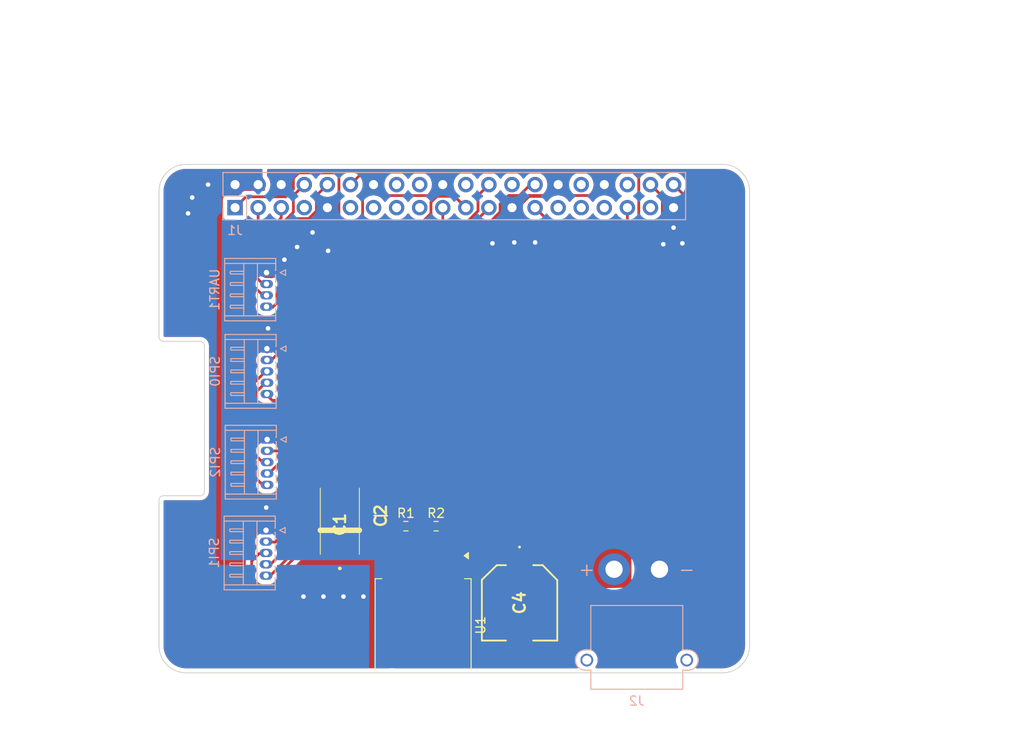
<source format=kicad_pcb>
(kicad_pcb (version 20241229) (generator "pcbnew") (generator_version "9.0")
  (title_block (date "15 nov 2012"))
  (layers (0 "F.Cu" signal) (2 "B.Cu" signal) (13 "F.Paste" user) (15 "B.Paste" user) (5 "F.SilkS" user "F.Silkscreen") (7 "B.SilkS" user "B.Silkscreen") (1 "F.Mask" user) (3 "B.Mask" user) (25 "Edge.Cuts" user))
  (net 0 "")
  (net 1 "GND")
  (net 2 "/GPIO2{slash}SDA1")
  (net 3 "/GPIO3{slash}SCL1")
  (net 4 "/GPIO4{slash}GPCLK0")
  (net 5 "/GPIO14{slash}TXD0")
  (net 6 "/GPIO15{slash}RXD0")
  (net 7 "/GPIO17")
  (net 8 "/GPIO18{slash}PCM.CLK")
  (net 9 "/GPIO27")
  (net 10 "/GPIO22")
  (net 11 "/GPIO23")
  (net 12 "/GPIO24")
  (net 13 "/GPIO10{slash}SPI0.MOSI")
  (net 14 "/GPIO9{slash}SPI0.MISO")
  (net 15 "/GPIO25")
  (net 16 "/GPIO11{slash}SPI0.SCLK")
  (net 17 "/GPIO8{slash}SPI0.CE0")
  (net 18 "/GPIO7{slash}SPI0.CE1")
  (net 19 "/ID_SDA")
  (net 20 "/ID_SCL")
  (net 21 "/GPIO5")
  (net 22 "/GPIO6")
  (net 23 "/GPIO12{slash}PWM0")
  (net 24 "/GPIO13{slash}PWM1")
  (net 25 "/GPIO19{slash}PCM.FS")
  (net 26 "/GPIO16")
  (net 27 "/GPIO26")
  (net 28 "/GPIO20{slash}PCM.DIN")
  (net 29 "+3V3")
  (net 30 "Net-(U1-FB)")
  (net 31 "/GPIO21{slash}PCM.DOUT")
  (net 33 "Net-(C4-+)")
  (net 35 "+5V")
  (footprint "Kicad Library:EEFCX0J101R" (layer "F.Cu") (at 119.9 83.3 -90)
    (property "Reference" "C1" (at 0.375 0 90) (layer "F.SilkS") (effects (font (size 1.27 1.27) (thickness 0.254))))
    (property "Value" "EEF-CX0J221R" (hide yes))
    (pad "1" smd rect (at 3.2 0 270) (size 2.4 2.8) (layers "F.Cu" "F.Mask" "F.Paste") (net 35 "+5V"))
    (pad "2" smd rect (at -3.2 0 270) (size 2.4 2.8) (layers "F.Cu" "F.Mask" "F.Paste") (net 1 "GND"))
  )
  (footprint "Kicad Library:CAPC3216X180N" (layer "F.Cu") (at 124.4 82.7 90)
    (property "Reference" "C2" (at 0 0 90) (layer "F.SilkS") (effects (font (size 1.27 1.27) (thickness 0.254))))
    (property "Value" "C3216X5R0J107M160AB" (hide yes))
    (pad "1" smd rect (at -1.6 0 90) (size 0.62 1.82) (layers "F.Cu" "F.Mask" "F.Paste") (net 35 "+5V"))
    (pad "2" smd rect (at 1.6 0 90) (size 0.62 1.82) (layers "F.Cu" "F.Mask" "F.Paste") (net 1 "GND"))
  )
  (footprint "Package_TO_SOT_SMD:Texas_NDW-7_TabPin4" (layer "F.Cu") (at 129.07 94.76 -90)
    (property "Reference" "U1" (at 0 -6.33 90) (layer "F.SilkS"))
    (property "Value" "LMZ23605TZ")
    (pad "1" smd roundrect (at -7.66 -3.81 270) (size 3.06 0.89) (layers "F.Cu" "F.Mask" "F.Paste") (net 33 "Net-(C4-+)"))
    (pad "2" smd roundrect (at -7.66 -2.54 270) (size 3.06 0.89) (layers "F.Cu" "F.Mask" "F.Paste") (net 1 "GND"))
    (pad "3" smd roundrect (at -7.66 -1.27 270) (size 3.06 0.89) (layers "F.Cu" "F.Mask" "F.Paste"))
    (pad "4" smd roundrect (at -7.66 0 270) (size 3.06 0.89) (layers "F.Cu" "F.Mask" "F.Paste") (net 1 "GND"))
    (pad "4" smd roundrect (at -2.565 -1.4125 270) (size 4.12 2.525) (layers "F.Cu" "F.Paste") (roundrect_rratio 0.09901) (net 1 "GND"))
    (pad "4" smd roundrect (at -2.565 1.4125 270) (size 4.12 2.525) (layers "F.Cu" "F.Paste") (roundrect_rratio 0.09901) (net 1 "GND"))
    (pad "4" smd roundrect (at -0.355 0 270) (size 8.54 5.35) (layers "F.Cu" "F.Mask") (roundrect_rratio 0.046729) (net 1 "GND"))
    (pad "4" smd roundrect (at 1.855 -1.4125 270) (size 4.12 2.525) (layers "F.Cu" "F.Paste") (roundrect_rratio 0.09901) (net 1 "GND"))
    (pad "4" smd roundrect (at 1.855 1.4125 270) (size 4.12 2.525) (layers "F.Cu" "F.Paste") (roundrect_rratio 0.09901) (net 1 "GND"))
    (pad "5" smd roundrect (at -7.66 1.27 270) (size 3.06 0.89) (layers "F.Cu" "F.Mask" "F.Paste") (net 30 "Net-(U1-FB)"))
    (pad "6" smd roundrect (at -7.66 2.54 270) (size 3.06 0.89) (layers "F.Cu" "F.Mask" "F.Paste"))
    (pad "7" smd roundrect (at -7.66 3.81 270) (size 3.06 0.89) (layers "F.Cu" "F.Mask" "F.Paste") (net 35 "+5V"))
  )
  (footprint "Kicad Library:16SVPT560M" (layer "F.Cu") (at 139.6825 92.295 -90)
    (property "Reference" "C4" (at 0 0 270) (layer "F.SilkS") (effects (font (size 1.27 1.27) (thickness 0.254))))
    (property "Value" "50SVPF39M" (hide yes))
    (pad "1" smd rect (at -3.475 0) (size 1.9 4.15) (layers "F.Cu" "F.Mask" "F.Paste") (net 33 "Net-(C4-+)"))
    (pad "2" smd rect (at 3.475 0) (size 1.9 4.15) (layers "F.Cu" "F.Mask" "F.Paste") (net 1 "GND"))
  )
  (footprint "Resistor_SMD:R_0603_1608Metric" (layer "F.Cu") (at 130.5 83.85)
    (property "Reference" "R2" (at 0 -1.43 0) (layer "F.SilkS"))
    (property "Value" "1.05k")
    (pad "1" smd roundrect (at -0.825 0) (size 0.8 0.95) (layers "F.Cu" "F.Mask" "F.Paste") (net 30 "Net-(U1-FB)"))
    (pad "2" smd roundrect (at 0.825 0) (size 0.8 0.95) (layers "F.Cu" "F.Mask" "F.Paste") (net 1 "GND"))
  )
  (footprint "Resistor_SMD:R_0603_1608Metric" (layer "F.Cu") (at 127.175 83.85)
    (property "Reference" "R1" (at 0 -1.43 0) (layer "F.SilkS"))
    (property "Value" "5.62k")
    (pad "1" smd roundrect (at -0.825 0) (size 0.8 0.95) (layers "F.Cu" "F.Mask" "F.Paste") (net 35 "+5V"))
    (pad "2" smd roundrect (at 0.825 0) (size 0.8 0.95) (layers "F.Cu" "F.Mask" "F.Paste") (net 30 "Net-(U1-FB)"))
  )
  (footprint "Connector_PinSocket_2.54mm:PinSocket_2x20_P2.54mm_Vertical" (layer "B.Cu") (at 108.37 48.77 -90)
    (property "Reference" "J1" (at 2.5 0 0) (layer "B.SilkS") (effects (justify mirror)))
    (property "Value" "GPIO")
    (pad "1" thru_hole rect (at 0 0 270) (size 1.7 1.7) (drill 1) (layers "*.Cu" "*.Mask") (net 29 "+3V3"))
    (pad "2" thru_hole oval (at -2.54 0 270) (size 1.7 1.7) (drill 1) (layers "*.Cu" "*.Mask") (net 35 "+5V"))
    (pad "3" thru_hole oval (at 0 -2.54 270) (size 1.7 1.7) (drill 1) (layers "*.Cu" "*.Mask") (net 2 "/GPIO2{slash}SDA1"))
    (pad "4" thru_hole oval (at -2.54 -2.54 270) (size 1.7 1.7) (drill 1) (layers "*.Cu" "*.Mask") (net 35 "+5V"))
    (pad "5" thru_hole oval (at 0 -5.08 270) (size 1.7 1.7) (drill 1) (layers "*.Cu" "*.Mask") (net 3 "/GPIO3{slash}SCL1"))
    (pad "6" thru_hole oval (at -2.54 -5.08 270) (size 1.7 1.7) (drill 1) (layers "*.Cu" "*.Mask") (net 1 "GND"))
    (pad "7" thru_hole oval (at 0 -7.62 270) (size 1.7 1.7) (drill 1) (layers "*.Cu" "*.Mask") (net 4 "/GPIO4{slash}GPCLK0"))
    (pad "8" thru_hole oval (at -2.54 -7.62 270) (size 1.7 1.7) (drill 1) (layers "*.Cu" "*.Mask") (net 5 "/GPIO14{slash}TXD0"))
    (pad "9" thru_hole oval (at 0 -10.16 270) (size 1.7 1.7) (drill 1) (layers "*.Cu" "*.Mask") (net 1 "GND"))
    (pad "10" thru_hole oval (at -2.54 -10.16 270) (size 1.7 1.7) (drill 1) (layers "*.Cu" "*.Mask") (net 6 "/GPIO15{slash}RXD0"))
    (pad "11" thru_hole oval (at 0 -12.7 270) (size 1.7 1.7) (drill 1) (layers "*.Cu" "*.Mask") (net 7 "/GPIO17"))
    (pad "12" thru_hole oval (at -2.54 -12.7 270) (size 1.7 1.7) (drill 1) (layers "*.Cu" "*.Mask") (net 8 "/GPIO18{slash}PCM.CLK"))
    (pad "13" thru_hole oval (at 0 -15.24 270) (size 1.7 1.7) (drill 1) (layers "*.Cu" "*.Mask") (net 9 "/GPIO27"))
    (pad "14" thru_hole oval (at -2.54 -15.24 270) (size 1.7 1.7) (drill 1) (layers "*.Cu" "*.Mask") (net 1 "GND"))
    (pad "15" thru_hole oval (at 0 -17.78 270) (size 1.7 1.7) (drill 1) (layers "*.Cu" "*.Mask") (net 10 "/GPIO22"))
    (pad "16" thru_hole oval (at -2.54 -17.78 270) (size 1.7 1.7) (drill 1) (layers "*.Cu" "*.Mask") (net 11 "/GPIO23"))
    (pad "17" thru_hole oval (at 0 -20.32 270) (size 1.7 1.7) (drill 1) (layers "*.Cu" "*.Mask") (net 29 "+3V3"))
    (pad "18" thru_hole oval (at -2.54 -20.32 270) (size 1.7 1.7) (drill 1) (layers "*.Cu" "*.Mask") (net 12 "/GPIO24"))
    (pad "19" thru_hole oval (at 0 -22.86 270) (size 1.7 1.7) (drill 1) (layers "*.Cu" "*.Mask") (net 13 "/GPIO10{slash}SPI0.MOSI"))
    (pad "20" thru_hole oval (at -2.54 -22.86 270) (size 1.7 1.7) (drill 1) (layers "*.Cu" "*.Mask") (net 1 "GND"))
    (pad "21" thru_hole oval (at 0 -25.4 270) (size 1.7 1.7) (drill 1) (layers "*.Cu" "*.Mask") (net 14 "/GPIO9{slash}SPI0.MISO"))
    (pad "22" thru_hole oval (at -2.54 -25.4 270) (size 1.7 1.7) (drill 1) (layers "*.Cu" "*.Mask") (net 15 "/GPIO25"))
    (pad "23" thru_hole oval (at 0 -27.94 270) (size 1.7 1.7) (drill 1) (layers "*.Cu" "*.Mask") (net 16 "/GPIO11{slash}SPI0.SCLK"))
    (pad "24" thru_hole oval (at -2.54 -27.94 270) (size 1.7 1.7) (drill 1) (layers "*.Cu" "*.Mask") (net 17 "/GPIO8{slash}SPI0.CE0"))
    (pad "25" thru_hole oval (at 0 -30.48 270) (size 1.7 1.7) (drill 1) (layers "*.Cu" "*.Mask") (net 1 "GND"))
    (pad "26" thru_hole oval (at -2.54 -30.48 270) (size 1.7 1.7) (drill 1) (layers "*.Cu" "*.Mask") (net 18 "/GPIO7{slash}SPI0.CE1"))
    (pad "27" thru_hole oval (at 0 -33.02 270) (size 1.7 1.7) (drill 1) (layers "*.Cu" "*.Mask") (net 19 "/ID_SDA"))
    (pad "28" thru_hole oval (at -2.54 -33.02 270) (size 1.7 1.7) (drill 1) (layers "*.Cu" "*.Mask") (net 20 "/ID_SCL"))
    (pad "29" thru_hole oval (at 0 -35.56 270) (size 1.7 1.7) (drill 1) (layers "*.Cu" "*.Mask") (net 21 "/GPIO5"))
    (pad "30" thru_hole oval (at -2.54 -35.56 270) (size 1.7 1.7) (drill 1) (layers "*.Cu" "*.Mask") (net 1 "GND"))
    (pad "31" thru_hole oval (at 0 -38.1 270) (size 1.7 1.7) (drill 1) (layers "*.Cu" "*.Mask") (net 22 "/GPIO6"))
    (pad "32" thru_hole oval (at -2.54 -38.1 270) (size 1.7 1.7) (drill 1) (layers "*.Cu" "*.Mask") (net 23 "/GPIO12{slash}PWM0"))
    (pad "33" thru_hole oval (at 0 -40.64 270) (size 1.7 1.7) (drill 1) (layers "*.Cu" "*.Mask") (net 24 "/GPIO13{slash}PWM1"))
    (pad "34" thru_hole oval (at -2.54 -40.64 270) (size 1.7 1.7) (drill 1) (layers "*.Cu" "*.Mask") (net 1 "GND"))
    (pad "35" thru_hole oval (at 0 -43.18 270) (size 1.7 1.7) (drill 1) (layers "*.Cu" "*.Mask") (net 25 "/GPIO19{slash}PCM.FS"))
    (pad "36" thru_hole oval (at -2.54 -43.18 270) (size 1.7 1.7) (drill 1) (layers "*.Cu" "*.Mask") (net 26 "/GPIO16"))
    (pad "37" thru_hole oval (at 0 -45.72 270) (size 1.7 1.7) (drill 1) (layers "*.Cu" "*.Mask") (net 27 "/GPIO26"))
    (pad "38" thru_hole oval (at -2.54 -45.72 270) (size 1.7 1.7) (drill 1) (layers "*.Cu" "*.Mask") (net 28 "/GPIO20{slash}PCM.DIN"))
    (pad "39" thru_hole oval (at 0 -48.26 270) (size 1.7 1.7) (drill 1) (layers "*.Cu" "*.Mask") (net 1 "GND"))
    (pad "40" thru_hole oval (at -2.54 -48.26 270) (size 1.7 1.7) (drill 1) (layers "*.Cu" "*.Mask") (net 31 "/GPIO21{slash}PCM.DOUT"))
  )
  (footprint "Connector_Hirose:Hirose_DF13-05P-1.25DS_1x05_P1.25mm_Horizontal" (layer "B.Cu") (at 111.9 74.3 -90)
    (property "Reference" "SPI2" (at 2.5 5.7 90) (layer "B.SilkS") (effects (justify mirror)))
    (property "Value" "DF13_5p_female")
    (pad "1" thru_hole roundrect (at 0 0 270) (size 0.9 1.4) (drill 0.6) (layers "*.Cu" "*.Mask") (net 1 "GND"))
    (pad "2" thru_hole oval (at 1.25 0 270) (size 0.9 1.4) (drill 0.6) (layers "*.Cu" "*.Mask") (net 20 "/ID_SCL"))
    (pad "3" thru_hole oval (at 2.5 0 270) (size 0.9 1.4) (drill 0.6) (layers "*.Cu" "*.Mask") (net 3 "/GPIO3{slash}SCL1"))
    (pad "4" thru_hole oval (at 3.75 0 270) (size 0.9 1.4) (drill 0.6) (layers "*.Cu" "*.Mask") (net 19 "/ID_SDA"))
    (pad "5" thru_hole oval (at 5 0 270) (size 0.9 1.4) (drill 0.6) (layers "*.Cu" "*.Mask") (net 2 "/GPIO2{slash}SDA1"))
  )
  (footprint "Connector_Hirose:Hirose_DF13-05P-1.25DS_1x05_P1.25mm_Horizontal" (layer "B.Cu") (at 111.88 64.3 -90)
    (property "Reference" "SPI0" (at 2.5 5.7 90) (layer "B.SilkS") (effects (justify mirror)))
    (property "Value" "DF13_5p_female")
    (pad "1" thru_hole roundrect (at 0 0 270) (size 0.9 1.4) (drill 0.6) (layers "*.Cu" "*.Mask") (net 1 "GND"))
    (pad "2" thru_hole oval (at 1.25 0 270) (size 0.9 1.4) (drill 0.6) (layers "*.Cu" "*.Mask") (net 14 "/GPIO9{slash}SPI0.MISO"))
    (pad "3" thru_hole oval (at 2.5 0 270) (size 0.9 1.4) (drill 0.6) (layers "*.Cu" "*.Mask") (net 16 "/GPIO11{slash}SPI0.SCLK"))
    (pad "4" thru_hole oval (at 3.75 0 270) (size 0.9 1.4) (drill 0.6) (layers "*.Cu" "*.Mask") (net 17 "/GPIO8{slash}SPI0.CE0"))
    (pad "5" thru_hole oval (at 5 0 270) (size 0.9 1.4) (drill 0.6) (layers "*.Cu" "*.Mask") (net 13 "/GPIO10{slash}SPI0.MOSI"))
  )
  (footprint "Connector_Hirose:Hirose_DF13-04P-1.25DS_1x04_P1.25mm_Horizontal" (layer "B.Cu") (at 111.8325 55.925 -90)
    (property "Reference" "UART1" (at 1.88 5.7 90) (layer "B.SilkS") (effects (justify mirror)))
    (property "Value" "DF13_4p_female")
    (pad "1" thru_hole roundrect (at 0 0 270) (size 0.9 1.4) (drill 0.6) (layers "*.Cu" "*.Mask") (net 1 "GND"))
    (pad "2" thru_hole oval (at 1.25 0 270) (size 0.9 1.4) (drill 0.6) (layers "*.Cu" "*.Mask") (net 6 "/GPIO15{slash}RXD0"))
    (pad "3" thru_hole oval (at 2.5 0 270) (size 0.9 1.4) (drill 0.6) (layers "*.Cu" "*.Mask") (net 5 "/GPIO14{slash}TXD0"))
    (pad "4" thru_hole oval (at 3.75 0 270) (size 0.9 1.4) (drill 0.6) (layers "*.Cu" "*.Mask") (net 29 "+3V3"))
  )
  (footprint "Connector_AMASS:AMASS_XT30PW-M_1x02_P2.50mm_Horizontal" (layer "B.Cu") (at 155.0825 88.595)
    (property "Reference" "J2" (at -2.5 14.5 0) (layer "B.SilkS") (effects (justify mirror)))
    (property "Value" "PWR")
    (fp_text user "+" (at -8 0 0) (layer "B.SilkS") (effects (font (size 1.5 1.5)) (justify mirror)))
    (fp_text user "-" (at 3 0 0) (layer "B.SilkS") (effects (font (size 1.5 1.5)) (justify mirror)))
    (pad "" thru_hole circle (at -8 10) (size 1.4 1.4) (drill 1) (layers "*.Cu" "*.Mask"))
    (pad "" thru_hole circle (at 3 10) (size 1.4 1.4) (drill 1) (layers "*.Cu" "*.Mask"))
    (pad "1" thru_hole roundrect (at 0 0) (size 3.5 3.5) (drill 1.9) (layers "*.Cu" "*.Mask") (roundrect_rratio 0.22) (net 1 "GND"))
    (pad "2" thru_hole circle (at -5 0) (size 3.5 3.5) (drill 1.9) (layers "*.Cu" "*.Mask") (net 33 "Net-(C4-+)"))
  )
  (footprint "Connector_Hirose:Hirose_DF13-05P-1.25DS_1x05_P1.25mm_Horizontal" (layer "B.Cu") (at 111.78 84.3 -90)
    (property "Reference" "SPI1" (at 2.5 5.7 90) (layer "B.SilkS") (effects (justify mirror)))
    (property "Value" "DF13_5p_female")
    (pad "1" thru_hole roundrect (at 0 0 270) (size 0.9 1.4) (drill 0.6) (layers "*.Cu" "*.Mask") (net 1 "GND"))
    (pad "2" thru_hole oval (at 1.25 0 270) (size 0.9 1.4) (drill 0.6) (layers "*.Cu" "*.Mask") (net 25 "/GPIO19{slash}PCM.FS"))
    (pad "3" thru_hole oval (at 2.5 0 270) (size 0.9 1.4) (drill 0.6) (layers "*.Cu" "*.Mask") (net 31 "/GPIO21{slash}PCM.DOUT"))
    (pad "4" thru_hole oval (at 3.75 0 270) (size 0.9 1.4) (drill 0.6) (layers "*.Cu" "*.Mask") (net 8 "/GPIO18{slash}PCM.CLK"))
    (pad "5" thru_hole oval (at 5 0 270) (size 0.9 1.4) (drill 0.6) (layers "*.Cu" "*.Mask") (net 28 "/GPIO20{slash}PCM.DIN"))
  )
  (gr_arc (start 100.5 63.5) (mid 100.146447 63.353553) (end 100 63) (stroke (width 0.1)) (layer "Edge.Cuts"))
  (gr_arc (start 162 44) (mid 164.12132 44.87868) (end 165 47) (stroke (width 0.1)) (layer "Edge.Cuts"))
  (gr_line (start 165 97) (end 165 47) (stroke (width 0.1)) (layer "Edge.Cuts"))
  (gr_line (start 100 47) (end 100 63) (stroke (width 0.1)) (layer "Edge.Cuts"))
  (gr_arc (start 103 100) (mid 100.87868 99.12132) (end 100 97) (stroke (width 0.1)) (layer "Edge.Cuts"))
  (gr_line (start 103 100) (end 162 100) (stroke (width 0.1)) (layer "Edge.Cuts"))
  (gr_line (start 104.5 80.5) (end 100.5 80.5) (stroke (width 0.1)) (layer "Edge.Cuts"))
  (gr_arc (start 100 81) (mid 100.146138 80.646755) (end 100.499127 80.500001) (stroke (width 0.1)) (layer "Edge.Cuts"))
  (gr_arc (start 165 97) (mid 164.12132 99.12132) (end 162 100) (stroke (width 0.1)) (layer "Edge.Cuts"))
  (gr_line (start 105 64) (end 105 80) (stroke (width 0.1)) (layer "Edge.Cuts"))
  (gr_arc (start 100 47) (mid 100.87868 44.87868) (end 103 44) (stroke (width 0.1)) (layer "Edge.Cuts"))
  (gr_line (start 100 81) (end 100 97) (stroke (width 0.1)) (layer "Edge.Cuts"))
  (gr_line (start 100.5 63.5) (end 104.5 63.5) (stroke (width 0.1)) (layer "Edge.Cuts"))
  (gr_arc (start 105 80) (mid 104.853553 80.353553) (end 104.5 80.5) (stroke (width 0.1)) (layer "Edge.Cuts"))
  (gr_arc (start 104.5 63.5) (mid 104.853553 63.646447) (end 105 64) (stroke (width 0.1)) (layer "Edge.Cuts"))
  (gr_line (start 162 44) (end 103 44) (stroke (width 0.1)) (layer "Edge.Cuts"))
  (segment (start 123.61 46.23) (end 124.82 47.44) (width 0.3) (layer "F.Cu") (net 1))
  (segment (start 112.375 55.925) (end 111.8325 55.925) (width 1.2) (layer "F.Cu") (net 1))
  (segment (start 131.16148 46.23) (end 131.23 46.23) (width 0.3) (layer "F.Cu") (net 1))
  (segment (start 114.44 59.63) (end 114.44 57.69) (width 0.8) (layer "F.Cu") (net 1))
  (segment (start 139.4171 48.77) (end 138.85 48.77) (width 0.3) (layer "F.Cu") (net 1))
  (segment (start 138.85 48.77) (end 138.85 49.5) (width 0.3) (layer "F.Cu") (net 1))
  (segment (start 129.95148 47.44) (end 131.16148 46.23) (width 0.3) (layer "F.Cu") (net 1))
  (segment (start 156.63 51.67) (end 156.63 51.73) (width 1.2) (layer "F.Cu") (net 1))
  (segment (start 156.63 51.73) (end 157.6 52.7) (width 1.2) (layer "F.Cu") (net 1))
  (segment (start 123.61 46.23) (end 122.409 47.431) (width 0.3) (layer "F.Cu") (net 1))
  (segment (start 138.85 50.55) (end 136.7 52.7) (width 1.2) (layer "F.Cu") (net 1))
  (segment (start 109.399 71.799) (end 111.9 74.3) (width 0.8) (layer "F.Cu") (net 1))
  (segment (start 130.435 95.77) (end 129.07 94.405) (width 0.3) (layer "F.Cu") (net 1))
  (segment (start 156.63 48.77) (end 156.63 50.97) (width 1.2) (layer "F.Cu") (net 1))
  (segment (start 118.53 49.77) (end 112.375 55.925) (width 1.2) (layer "F.Cu") (net 1))
  (segment (start 112 64.29) (end 111.88 64.41) (width 0.8) (layer "F.Cu") (net 1))
  (segment (start 122.379 49.751) (end 118.61 53.52) (width 0.3) (layer "F.Cu") (net 1))
  (segment (start 145.131 47.431) (end 147.809 47.431) (width 0.3) (layer "F.Cu") (net 1))
  (segment (start 112 62.07) (end 114.44 59.63) (width 0.8) (layer "F.Cu") (net 1))
  (segment (start 139.1 52.6) (end 139.1 50.8) (width 1.2) (layer "F.Cu") (net 1))
  (segment (start 112 62.07) (end 112 64.29) (width 0.8) (layer "F.Cu") (net 1))
  (segment (start 109.399 70.8) (end 109.399 71.441074) (width 0.8) (layer "F.Cu") (net 1))
  (segment (start 156.63 51.67) (end 155.5 52.8) (width 1.2) (layer "F.Cu") (net 1))
  (segment (start 114.44 57.69) (end 118.61 53.52) (width 0.8) (layer "F.Cu") (net 1))
  (segment (start 138.85 48.77) (end 138.85 50.55) (width 1.2) (layer "F.Cu") (net 1))
  (segment (start 124.82 47.44) (end 129.95148 47.44) (width 0.3) (layer "F.Cu") (net 1))
  (segment (start 109.399 68.8) (end 109.399 70.8) (width 0.8) (layer "F.Cu") (net 1))
  (segment (start 140.7061 47.481) (end 142.679 47.481) (width 0.4) (layer "F.Cu") (net 1))
  (segment (start 109.4 68.799) (end 109.399 68.8) (width 0.8) (layer "F.Cu") (net 1))
  (segment (start 138.85 50.55) (end 139.35 50.55) (width 1.2) (layer "F.Cu") (net 1))
  (segment (start 156.63 50.97) (end 156.63 51.67) (width 1.2) (layer "F.Cu") (net 1))
  (segment (start 118.53 49.31) (end 118.53 49.77) (width 1.2) (layer "F.Cu") (net 1))
  (segment (start 139.4171 48.77) (end 140.7061 47.481) (width 0.4) (layer "F.Cu") (net 1))
  (segment (start 109.399 70.8) (end 109.399 71.799) (width 0.8) (layer "F.Cu") (net 1))
  (segment (start 143.93 46.23) (end 145.131 47.431) (width 0.3) (layer "F.Cu") (net 1))
  (segment (start 140.5825 95.77) (end 130.435 95.77) (width 0.3) (layer "F.Cu") (net 1))
  (segment (start 139.35 50.55) (end 141.4 52.6) (width 1.2) (layer "F.Cu") (net 1))
  (segment (start 142.679 47.481) (end 143.93 46.23) (width 0.4) (layer "F.Cu") (net 1))
  (segment (start 131.61 91.865) (end 129.07 94.405) (width 0.3) (layer "F.Cu") (net 1))
  (segment (start 112 62.07) (end 109.96 62.07) (width 0.8) (layer "F.Cu") (net 1))
  (segment (start 139.1 50.8) (end 138.85 50.55) (width 1.2) (layer "F.Cu") (net 1))
  (segment (start 109.96 62.07) (end 109.4 62.63) (width 0.8) (layer "F.Cu") (net 1))
  (segment (start 131.61 87.1) (end 131.61 91.865) (width 0.3) (layer "F.Cu") (net 1))
  (segment (start 111.8 84.33) (end 111.78 84.35) (width 0.8) (layer "F.Cu") (net 1))
  (segment (start 122.409 49.751) (end 122.379 49.751) (width 0.3) (layer "F.Cu") (net 1))
  (segment (start 118.53 48.77) (end 118.53 49.31) (width 0.8) (layer "F.Cu") (net 1))
  (segment (start 109.4 62.63) (end 109.4 68.799) (width 0.8) (layer "F.Cu") (net 1))
  (segment (start 122.409 47.431) (end 122.409 49.751) (width 0.3) (layer "F.Cu") (net 1))
  (segment (start 111.8 81.8) (end 111.8 84.33) (width 0.8) (layer "F.Cu") (net 1))
  (segment (start 147.809 47.431) (end 149.01 46.23) (width 0.3) (layer "F.Cu") (net 1))
  (segment (start 129.07 87.1) (end 129.07 94.405) (width 0.3) (layer "F.Cu") (net 1))
  (segment (start 111.88 64.41) (end 111.88 64.54) (width 0.3) (layer "F.Cu") (net 1))
  (via (at 141.4 52.6) (size 1) (drill 0.5) (layers "F.Cu" "B.Cu") (net 1))
  (via (at 118.61 53.52) (size 1) (drill 0.5) (layers "F.Cu" "B.Cu") (net 1))
  (via (at 112 62.07) (size 1) (drill 0.5) (layers "F.Cu" "B.Cu") (net 1))
  (via (at 157.6 52.7) (size 1) (drill 0.5) (layers "F.Cu" "B.Cu") (net 1))
  (via (at 155.5 52.8) (size 1) (drill 0.5) (layers "F.Cu" "B.Cu") (net 1))
  (via (at 156.63 50.97) (size 1) (drill 0.5) (layers "F.Cu" "B.Cu") (net 1))
  (via (at 136.7 52.7) (size 1) (drill 0.5) (layers "F.Cu" "B.Cu") (net 1))
  (via (at 115.2 53.1) (size 1) (drill 0.5) (layers "F.Cu" "B.Cu") (net 1))
  (via (at 116.9 51.5) (size 1) (drill 0.5) (layers "F.Cu" "B.Cu") (net 1))
  (via (at 113.8 54.5) (size 1) (drill 0.5) (layers "F.Cu" "B.Cu") (net 1))
  (via (at 111.8 81.8) (size 1) (drill 0.5) (layers "F.Cu" "B.Cu") (net 1))
  (via (at 139.1 52.6) (size 1) (drill 0.5) (layers "F.Cu" "B.Cu") (net 1))
  (segment (start 111.9 79.3) (end 111.4 79.3) (width 0.3) (layer "F.Cu") (net 2))
  (segment (start 108.899 73.50752) (end 107.899 72.50752) (width 0.3) (layer "F.Cu") (net 2))
  (segment (start 109.192479 75.301) (end 109.19248 75.301) (width 0.3) (layer "F.Cu") (net 2))
  (segment (start 109.19248 75.301) (end 108.899 75.007521) (width 0.3) (layer "F.Cu") (net 2))
  (segment (start 108.399 54.240429) (end 108.4 54.23943) (width 0.3) (layer "F.Cu") (net 2))
  (segment (start 108.899 75.007521) (end 108.899 73.50752) (width 0.3) (layer "F.Cu") (net 2))
  (segment (start 108.4 54.23943) (end 110.91 51.729429) (width 0.3) (layer "F.Cu") (net 2))
  (segment (start 107.899 61.592479) (end 107.899 61.59248) (width 0.3) (layer "F.Cu") (net 2))
  (segment (start 108.192479 61.299) (end 108.399 61.09248) (width 0.3) (layer "F.Cu") (net 2))
  (segment (start 110.6 76.708521) (end 109.192479 75.301) (width 0.3) (layer "F.Cu") (net 2))
  (segment (start 107.899 61.59248) (end 108.192479 61.299) (width 0.3) (layer "F.Cu") (net 2))
  (segment (start 110.6 78.5) (end 110.6 76.708521) (width 0.3) (layer "F.Cu") (net 2))
  (segment (start 110.91 51.729429) (end 110.91 48.77) (width 0.3) (layer "F.Cu") (net 2))
  (segment (start 108.399 61.09248) (end 108.399 54.240429) (width 0.3) (layer "F.Cu") (net 2))
  (segment (start 111.4 79.3) (end 110.6 78.5) (width 0.3) (layer "F.Cu") (net 2))
  (segment (start 107.899 72.50752) (end 107.899 61.592479) (width 0.3) (layer "F.Cu") (net 2))
  (segment (start 108.9 54.44795) (end 108.9 61.3) (width 0.3) (layer "F.Cu") (net 3))
  (segment (start 113.45 49.89795) (end 108.9 54.44795) (width 0.3) (layer "F.Cu") (net 3))
  (segment (start 109.4 73.3) (end 108.4 72.3) (width 0.3) (layer "F.Cu") (net 3))
  (segment (start 109.4 74.8) (end 111.41 76.81) (width 0.3) (layer "F.Cu") (net 3))
  (segment (start 111.41 76.81) (end 111.83 76.81) (width 0.3) (layer "F.Cu") (net 3))
  (segment (start 113.45 48.77) (end 113.45 49.89795) (width 0.3) (layer "F.Cu") (net 3))
  (segment (start 108.4 61.8) (end 108.4 72.3) (width 0.3) (layer "F.Cu") (net 3))
  (segment (start 108.9 61.3) (end 108.4 61.8) (width 0.3) (layer "F.Cu") (net 3))
  (segment (start 109.4 74.8) (end 109.4 73.3) (width 0.3) (layer "F.Cu") (net 3))
  (segment (start 109.53 56.52) (end 111.53 58.52) (width 0.3) (layer "F.Cu") (net 5))
  (segment (start 111.53 58.52) (end 111.78 58.52) (width 0.3) (layer "F.Cu") (net 5))
  (segment (start 114.789 47.431) (end 114.789 49.267471) (width 0.3) (layer "F.Cu") (net 5))
  (segment (start 115.99 46.23) (end 114.789 47.431) (width 0.3) (layer "F.Cu") (net 5))
  (segment (start 109.53 54.52647) (end 109.53 56.52) (width 0.3) (layer "F.Cu") (net 5))
  (segment (start 114.789 49.267471) (end 109.53 54.52647) (width 0.3) (layer "F.Cu") (net 5))
  (segment (start 111.53 57.27) (end 110.17 55.91) (width 0.3) (layer "F.Cu") (net 6))
  (segment (start 116.487471 49.971) (end 117.329 49.12947) (width 0.3) (layer "F.Cu") (net 6))
  (segment (start 111.78 57.27) (end 112.05 57.27) (width 0.3) (layer "F.Cu") (net 6))
  (segment (start 117.329 47.431) (end 118.53 46.23) (width 0.3) (layer "F.Cu") (net 6))
  (segment (start 111.78 57.27) (end 111.53 57.27) (width 0.3) (layer "F.Cu") (net 6))
  (segment (start 110.17 55.91) (end 110.17 54.79) (width 0.3) (layer "F.Cu") (net 6))
  (segment (start 111.78 57.27) (end 111.85 57.27) (width 0.3) (layer "F.Cu") (net 6))
  (segment (start 117.329 49.12947) (end 117.329 47.431) (width 0.3) (layer "F.Cu") (net 6))
  (segment (start 112.05 57.27) (end 112.17 57.15) (width 0.3) (layer "F.Cu") (net 6))
  (segment (start 114.989 49.971) (end 116.487471 49.971) (width 0.3) (layer "F.Cu") (net 6))
  (segment (start 110.17 54.79) (end 114.989 49.971) (width 0.3) (layer "F.Cu") (net 6))
  (segment (start 123.17 55.63) (end 120.642 58.158) (width 0.3) (layer "F.Cu") (net 8))
  (segment (start 120.348519 71.208521) (end 114 77.55704) (width 0.3) (layer "F.Cu") (net 8))
  (segment (start 120.348521 71.208521) (end 120.348519 71.208521) (width 0.3) (layer "F.Cu") (net 8))
  (segment (start 114 85.381479) (end 114.011 85.392479) (width 0.3) (layer "F.Cu") (net 8))
  (segment (start 152.8 52.9) (end 150.07 55.63) (width 0.3) (layer "F.Cu") (net 8))
  (segment (start 114 86.13) (end 114 85.818521) (width 0.3) (layer "F.Cu") (net 8))
  (segment (start 120.642 70.915042) (end 120.348521 71.208521) (width 0.3) (layer "F.Cu") (net 8))
  (segment (start 114 85.818521) (end 114 86.33) (width 0.3) (layer "F.Cu") (net 8))
  (segment (start 152.2 44.86) (end 152.8 45.46) (width 0.3) (layer "F.Cu") (net 8))
  (segment (start 150.07 55.63) (end 123.17 55.63) (width 0.3) (layer "F.Cu") (net 8))
  (segment (start 114.011 85.80752) (end 114.011 85.807521) (width 0.3) (layer "F.Cu") (net 8))
  (segment (start 111.86 88.02) (end 112.09 88.02) (width 0.3) (layer "F.Cu") (net 8))
  (segment (start 114.011 85.392479) (end 114.011 85.80752) (width 0.3) (layer "F.Cu") (net 8))
  (segment (start 114 85.818521) (end 114.011 85.80752) (width 0.3) (layer "F.Cu") (net 8))
  (segment (start 120.642 58.158) (end 120.642 70.915042) (width 0.3) (layer "F.Cu") (net 8))
  (segment (start 114 86.33) (end 112.28 88.05) (width 0.3) (layer "F.Cu") (net 8))
  (segment (start 114 77.55704) (end 114 85.381479) (width 0.3) (layer "F.Cu") (net 8))
  (segment (start 112.28 88.05) (end 111.78 88.05) (width 0.3) (layer "F.Cu") (net 8))
  (segment (start 111.78 88.1) (end 112.03 88.1) (width 0.3) (layer "F.Cu") (net 8))
  (segment (start 122.44 44.86) (end 152.2 44.86) (width 0.3) (layer "F.Cu") (net 8))
  (segment (start 121.07 46.23) (end 122.44 44.86) (width 0.3) (layer "F.Cu") (net 8))
  (segment (start 152.8 45.46) (end 152.8 52.9) (width 0.3) (layer "F.Cu") (net 8))
  (segment (start 131.23 51.14) (end 131.23 48.77) (width 0.3) (layer "F.Cu") (net 13))
  (segment (start 112.47 70) (end 117 70) (width 0.3) (layer "F.Cu") (net 13))
  (segment (start 122.59592 51.82) (end 130.55 51.82) (width 0.3) (layer "F.Cu") (net 13))
  (segment (start 111.88 69.41) (end 112.47 70) (width 0.3) (layer "F.Cu") (net 13))
  (segment (start 130.55 51.82) (end 131.23 51.14) (width 0.3) (layer "F.Cu") (net 13))
  (segment (start 122.436919 51.979) (end 122.59592 51.82) (width 0.3) (layer "F.Cu") (net 13))
  (segment (start 122.14344 52.27248) (end 122.436919 51.979) (width 0.3) (layer "F.Cu") (net 13))
  (segment (start 117.822479 56.59344) (end 122.14344 52.27248) (width 0.3) (layer "F.Cu") (net 13))
  (segment (start 117.529 56.88692) (end 117.822479 56.59344) (width 0.3) (layer "F.Cu") (net 13))
  (segment (start 117.529 56.886919) (end 117.529 56.88692) (width 0.3) (layer "F.Cu") (net 13))
  (segment (start 117.529 69.471) (end 117.529 56.886919) (width 0.3) (layer "F.Cu") (net 13))
  (segment (start 117 70) (end 117.529 69.471) (width 0.3) (layer "F.Cu") (net 13))
  (segment (start 115.191 59.941074) (end 115.191 58.319) (width 0.3) (layer "F.Cu") (net 14))
  (segment (start 112.38 65.55) (end 113 64.93) (width 0.3) (layer "F.Cu") (net 14))
  (segment (start 130.58 47.52) (end 130.45248 47.647521) (width 0.3) (layer "F.Cu") (net 14))
  (segment (start 113 64.93) (end 113 62.132074) (width 0.3) (layer "F.Cu") (net 14))
  (segment (start 115.191 58.319) (end 122.23 51.28) (width 0.3) (layer "F.Cu") (net 14))
  (segment (start 130.159 47.941) (end 130.45248 47.647521) (width 0.3) (layer "F.Cu") (net 14))
  (segment (start 111.88 65.55) (end 112.38 65.55) (width 0.3) (layer "F.Cu") (net 14))
  (segment (start 129.93 49.4) (end 129.93 48.17) (width 0.3) (layer "F.Cu") (net 14))
  (segment (start 130.45248 47.647521) (end 130.45248 47.64752) (width 0.3) (layer "F.Cu") (net 14))
  (segment (start 132.52 47.52) (end 130.58 47.52) (width 0.3) (layer "F.Cu") (net 14))
  (segment (start 113 62.132074) (end 115.191 59.941074) (width 0.3) (layer "F.Cu") (net 14))
  (segment (start 133.77 48.77) (end 132.52 47.52) (width 0.3) (layer "F.Cu") (net 14))
  (segment (start 129.93 48.17) (end 130.159 47.941) (width 0.3) (layer "F.Cu") (net 14))
  (segment (start 122.23 51.28) (end 128.05 51.28) (width 0.3) (layer "F.Cu") (net 14))
  (segment (start 128.05 51.28) (end 129.93 49.4) (width 0.3) (layer "F.Cu") (net 14))
  (segment (start 111.88 66.7) (end 111.74 66.56) (width 0.3) (layer "F.Cu") (net 16))
  (segment (start 111.88 66.85) (end 111.88 66.91) (width 0.3) (layer "F.Cu") (net 16))
  (segment (start 118.638 69.95348) (end 118.638 57.609999) (width 0.3) (layer "F.Cu") (net 16))
  (segment (start 118.638 57.194957) (end 122.52148 53.311479) (width 0.3) (layer "F.Cu") (net 16))
  (segment (start 111.88 66.91) (end 111.63 66.91) (width 0.3) (layer "F.Cu") (net 16))
  (segment (start 117.46148 71.13) (end 118.638 69.95348) (width 0.3) (layer "F.Cu") (net 16))
  (segment (start 123.230002 53.018) (end 132.09628 53.018) (width 0.3) (layer "F.Cu") (net 16))
  (segment (start 122.814959 53.018) (end 122.81496 53.018) (width 0.3) (layer "F.Cu") (net 16))
  (segment (start 122.52148 53.311479) (end 122.52148 53.31148) (width 0.3) (layer "F.Cu") (net 16))
  (segment (start 136.31 48.80428) (end 136.31 48.77) (width 0.3) (layer "F.Cu") (net 16))
  (segment (start 111.82 66.79) (end 111.88 66.85) (width 0.3) (layer "F.Cu") (net 16))
  (segment (start 122.81496 53.018) (end 123.230002 53.018) (width 0.3) (layer "F.Cu") (net 16))
  (segment (start 110.15 68.39) (end 110.15 71.13) (width 0.3) (layer "F.Cu") (net 16))
  (segment (start 118.638 57.609999) (end 118.638 57.194957) (width 0.3) (layer "F.Cu") (net 16))
  (segment (start 111.63 66.91) (end 110.15 68.39) (width 0.3) (layer "F.Cu") (net 16))
  (segment (start 122.52148 53.31148) (end 122.814959 53.018) (width 0.3) (layer "F.Cu") (net 16))
  (segment (start 132.09628 53.018) (end 136.31 48.80428) (width 0.3) (layer "F.Cu") (net 16))
  (segment (start 110.15 71.13) (end 117.46148 71.13) (width 0.3) (layer "F.Cu") (net 16))
  (segment (start 118.03 57.09444) (end 122.64444 52.48) (width 0.3) (layer "F.Cu") (net 17))
  (segment (start 111.88 68.16) (end 112.05 68.16) (width 0.3) (layer "F.Cu") (net 17))
  (segment (start 110.651 69.118178) (end 110.651 70.5) (width 0.3) (layer "F.Cu") (net 17))
  (segment (start 111.609178 68.16) (end 110.651 69.118178) (width 0.3) (layer "F.Cu") (net 17))
  (segment (start 117.3 70.5) (end 118.03 69.77) (width 0.3) (layer "F.Cu") (net 17))
  (segment (start 122.64444 52.48) (end 131.758471 52.48) (width 0.3) (layer "F.Cu") (net 17))
  (segment (start 135.109 49.129471) (end 135.109 47.431) (width 0.3) (layer "F.Cu") (net 17))
  (segment (start 111.88 68.16) (end 112.39 68.16) (width 0.3) (layer "F.Cu") (net 17))
  (segment (start 118.03 69.77) (end 118.03 57.09444) (width 0.3) (layer "F.Cu") (net 17))
  (segment (start 111.88 68.16) (end 111.609178 68.16) (width 0.3) (layer "F.Cu") (net 17))
  (segment (start 131.758471 52.48) (end 135.109 49.129471) (width 0.3) (layer "F.Cu") (net 17))
  (segment (start 112.05 68.16) (end 112.24 67.97) (width 0.3) (layer "F.Cu") (net 17))
  (segment (start 135.109 47.431) (end 136.31 46.23) (width 0.3) (layer "F.Cu") (net 17))
  (segment (start 110.651 70.5) (end 117.3 70.5) (width 0.3) (layer "F.Cu") (net 17))
  (segment (start 112.39 68.16) (end 112.4 68.15) (width 0.3) (layer "F.Cu") (net 17))
  (segment (start 123.05 54.2) (end 119.64 57.61) (width 0.3) (layer "F.Cu") (net 19))
  (segment (start 112.08 78.06) (end 111.83 78.06) (width 0.3) (layer "F.Cu") (net 19))
  (segment (start 141.39 48.77) (end 145.7 53.08) (width 0.3) (layer "F.Cu") (net 19))
  (segment (start 145.7 53.4) (end 144.9 54.2) (width 0.3) (layer "F.Cu") (net 19))
  (segment (start 119.64 57.61) (end 119.64 70.5) (width 0.3) (layer "F.Cu") (net 19))
  (segment (start 145.7 53.08) (end 145.7 53.4) (width 0.3) (layer "F.Cu") (net 19))
  (segment (start 119.64 70.5) (end 112.08 78.06) (width 0.3) (layer "F.Cu") (net 19))
  (segment (start 144.9 54.2) (end 123.05 54.2) (width 0.3) (layer "F.Cu") (net 19))
  (segment (start 138.490529 47.431) (end 139.669 47.431) (width 0.3) (layer "F.Cu") (net 20))
  (segment (start 137.54 48.381529) (end 138.490529 47.431) (width 0.3) (layer "F.Cu") (net 20))
  (segment (start 137.54 49.238471) (end 137.54 48.381529) (width 0.3) (layer "F.Cu") (net 20))
  (segment (start 123.02248 53.519) (end 133.259471 53.519) (width 0.3) (layer "F.Cu") (net 20))
  (segment (start 111.83 75.56) (end 113.74 75.56) (width 0.3) (layer "F.Cu") (net 20))
  (segment (start 133.259471 53.519) (end 137.54 49.238471) (width 0.3) (layer "F.Cu") (net 20))
  (segment (start 113.74 75.56) (end 119.139 70.161) (width 0.3) (layer "F.Cu") (net 20))
  (segment (start 139.669 47.431) (end 140.87 46.23) (width 0.3) (layer "F.Cu") (net 20))
  (segment (start 119.139 57.402479) (end 123.02248 53.519) (width 0.3) (layer "F.Cu") (net 20))
  (segment (start 140.87 46.23) (end 141.39 46.23) (width 0.3) (layer "F.Cu") (net 20))
  (segment (start 119.139 70.161) (end 119.139 57.402479) (width 0.3) (layer "F.Cu") (net 20))
  (segment (start 151.55 48.77) (end 151.55 53.35) (width 0.3) (layer "F.Cu") (net 25))
  (segment (start 113.4 85) (end 112.8 85.6) (width 0.3) (layer "F.Cu") (net 25))
  (segment (start 149.771 55.129) (end 122.82952 55.129) (width 0.3) (layer "F.Cu") (net 25))
  (segment (start 113.4 77.44852) (end 113.4 85) (width 0.3) (layer "F.Cu") (net 25))
  (segment (start 122.82952 55.129) (end 120.141 57.81752) (width 0.3) (layer "F.Cu") (net 25))
  (segment (start 151.55 53.35) (end 149.771 55.129) (width 0.3) (layer "F.Cu") (net 25))
  (segment (start 120.141 57.81752) (end 120.141 70.70752) (width 0.3) (layer "F.Cu") (net 25))
  (segment (start 120.141 70.70752) (end 113.4 77.44852) (width 0.3) (layer "F.Cu") (net 25))
  (segment (start 112.8 85.6) (end 111.78 85.6) (width 0.3) (layer "F.Cu") (net 25))
  (segment (start 120.556039 71.709521) (end 120.556042 71.709521) (width 0.3) (layer "F.Cu") (net 28))
  (segment (start 123.531 56.169) (end 150.331 56.169) (width 0.3) (layer "F.Cu") (net 28))
  (segment (start 120.556042 71.709521) (end 120.849521 71.416042) (width 0.3) (layer "F.Cu") (net 28))
  (segment (start 155.4 47.54) (end 154.09 46.23) (width 0.3) (layer "F.Cu") (net 28))
  (segment (start 114.512 87.038) (end 114.512 78.112) (width 0.3) (layer "F.Cu") (net 28))
  (segment (start 121.143 58.557) (end 123.531 56.169) (width 0.3) (layer "F.Cu") (net 28))
  (segment (start 155.4 51.1) (end 155.4 47.54) (width 0.3) (layer "F.Cu") (net 28))
  (segment (start 114.512 78.112) (end 114.501 78.101) (width 0.3) (layer "F.Cu") (net 28))
  (segment (start 121.143 71.122563) (end 121.143 58.557) (width 0.3) (layer "F.Cu") (net 28))
  (segment (start 150.331 56.169) (end 155.4 51.1) (width 0.3) (layer "F.Cu") (net 28))
  (segment (start 120.849521 71.416042) (end 120.849521 71.41604) (width 0.3) (layer "F.Cu") (net 28))
  (segment (start 112.2 89.35) (end 114.512 87.038) (width 0.3) (layer "F.Cu") (net 28))
  (segment (start 114.501 78.101) (end 114.501 77.76456) (width 0.3) (layer "F.Cu") (net 28))
  (segment (start 114.501 77.76456) (end 120.556039 71.709521) (width 0.3) (layer "F.Cu") (net 28))
  (segment (start 111.78 89.35) (end 112.2 89.35) (width 0.3) (layer "F.Cu") (net 28))
  (segment (start 120.849521 71.41604) (end 121.143 71.122563) (width 0.3) (layer "F.Cu") (net 28))
  (segment (start 119.8 45.295242) (end 119.8 50.84) (width 0.3) (layer "F.Cu") (net 29))
  (segment (start 119.8 50.84) (end 112.97 57.67) (width 0.3) (layer "F.Cu") (net 29))
  (segment (start 114.789 46.722479) (end 114.789 45.521) (width 0.3) (layer "F.Cu") (net 29))
  (segment (start 119.444758 44.94) (end 119.8 45.295242) (width 0.3) (layer "F.Cu") (net 29))
  (segment (start 112.48 59.77) (end 111.78 59.77) (width 0.3) (layer "F.Cu") (net 29))
  (segment (start 109.571 47.569) (end 113.942479 47.569) (width 0.3) (layer "F.Cu") (net 29))
  (segment (start 112.97 59.28) (end 112.48 59.77) (width 0.3) (layer "F.Cu") (net 29))
  (segment (start 113.942479 47.569) (end 114.789 46.722479) (width 0.3) (layer "F.Cu") (net 29))
  (segment (start 108.37 48.77) (end 109.571 47.569) (width 0.3) (layer "F.Cu") (net 29))
  (segment (start 114.789 45.521) (end 115.37 44.94) (width 0.3) (layer "F.Cu") (net 29))
  (segment (start 115.37 44.94) (end 119.444758 44.94) (width 0.3) (layer "F.Cu") (net 29))
  (segment (start 112.97 57.67) (end 112.97 59.28) (width 0.3) (layer "F.Cu") (net 29))
  (segment (start 127.8 85.725) (end 127.8 87.1) (width 0.3) (layer "F.Cu") (net 30))
  (segment (start 128 83.85) (end 128 86.9) (width 0.3) (layer "F.Cu") (net 30))
  (segment (start 129.675 83.85) (end 127.8 85.725) (width 0.3) (layer "F.Cu") (net 30))
  (segment (start 128 86.9) (end 127.8 87.1) (width 0.3) (layer "F.Cu") (net 30))
  (segment (start 110.2 89.9) (end 110.7 90.4) (width 0.3) (layer "F.Cu") (net 31))
  (segment (start 159.1 53.5) (end 159.1 48.7) (width 0.3) (layer "F.Cu") (net 31))
  (segment (start 158.2 54.4) (end 159.1 53.5) (width 0.3) (layer "F.Cu") (net 31))
  (segment (start 121.644 71.330084) (end 121.644001 70.915044) (width 0.3) (layer "F.Cu") (net 31))
  (segment (start 121.644001 70.915044) (end 121.644 70.915041) (width 0.3) (layer "F.Cu") (net 31))
  (segment (start 121.643999 71.330086) (end 121.644 71.330084) (width 0.3) (layer "F.Cu") (net 31))
  (segment (start 121.644 58.76452) (end 123.73852 56.67) (width 0.3) (layer "F.Cu") (net 31))
  (segment (start 110.7 90.4) (end 113 90.4) (width 0.3) (layer "F.Cu") (net 31))
  (segment (start 123.73852 56.67) (end 150.83 56.67) (width 0.3) (layer "F.Cu") (net 31))
  (segment (start 159.1 48.7) (end 156.63 46.23) (width 0.3) (layer "F.Cu") (net 31))
  (segment (start 114.87926 87.37926) (end 115.013 87.245521) (width 0.3) (layer "F.Cu") (net 31))
  (segment (start 110.2 87.7) (end 110.2 89.9) (width 0.3) (layer "F.Cu") (net 31))
  (segment (start 113 90.4) (end 113.1 90.3) (width 0.3) (layer "F.Cu") (net 31))
  (segment (start 121.057043 71.917041) (end 121.643999 71.330086) (width 0.3) (layer "F.Cu") (net 31))
  (segment (start 114.87926 87.37926) (end 115.001 87.257521) (width 0.3) (layer "F.Cu") (net 31))
  (segment (start 115.013 87.245521) (end 115.013 77.983084) (width 0.3) (layer "F.Cu") (net 31))
  (segment (start 121.057043 71.917043) (end 121.057043 71.917041) (width 0.3) (layer "F.Cu") (net 31))
  (segment (start 120.763564 72.210522) (end 121.057042 71.917042) (width 0.3) (layer "F.Cu") (net 31))
  (segment (start 111.78 86.85) (end 111.05 86.85) (width 0.3) (layer "F.Cu") (net 31))
  (segment (start 113.1 90.3) (end 113.1 89.158521) (width 0.3) (layer "F.Cu") (net 31))
  (segment (start 111.05 86.85) (end 110.2 87.7) (width 0.3) (layer "F.Cu") (net 31))
  (segment (start 115.002 77.972084) (end 120.763562 72.210522) (width 0.3) (layer "F.Cu") (net 31))
  (segment (start 115.013 77.983084) (end 115.002 77.972084) (width 0.3) (layer "F.Cu") (net 31))
  (segment (start 121.644 70.915041) (end 121.644 58.76452) (width 0.3) (layer "F.Cu") (net 31))
  (segment (start 150.83 56.67) (end 153.1 54.4) (width 0.3) (layer "F.Cu") (net 31))
  (segment (start 153.1 54.4) (end 158.2 54.4) (width 0.3) (layer "F.Cu") (net 31))
  (segment (start 113.1 89.158521) (end 114.87926 87.37926) (width 0.3) (layer "F.Cu") (net 31))
  (segment (start 121.057042 71.917042) (end 121.057043 71.917043) (width 0.3) (layer "F.Cu") (net 31))
  (segment (start 120.763562 72.210522) (end 120.763564 72.210522) (width 0.3) (layer "F.Cu") (net 31))
  (segment (start 132.88 87.1) (end 134.6 88.82) (width 0.3) (layer "F.Cu") (net 33))
  (segment (start 134.6 88.82) (end 139.6825 88.82) (width 0.3) (layer "F.Cu") (net 33))
  (segment (start 108.37 46.23) (end 105.4 46.23) (width 1.2) (layer "F.Cu") (net 35))
  (segment (start 105.4 46.23) (end 105.07 46.23) (width 1.2) (layer "F.Cu") (net 35))
  (segment (start 103.2 48.1) (end 103.2 49.4) (width 1.2) (layer "F.Cu") (net 35))
  (segment (start 103.65 47.65) (end 103.2 48.1) (width 1.2) (layer "F.Cu") (net 35))
  (segment (start 110.91 46.23) (end 108.37 46.23) (width 1.2) (layer "F.Cu") (net 35))
  (segment (start 105.07 46.23) (end 105 46.3) (width 0.3) (layer "F.Cu") (net 35))
  (segment (start 105 46.3) (end 103.2 48.1) (width 1.2) (layer "F.Cu") (net 35))
  (via (at 122.5 91.6) (size 1) (drill 0.5) (layers "F.Cu" "B.Cu") (net 35))
  (via (at 103.65 47.65) (size 1) (drill 0.5) (layers "F.Cu" "B.Cu") (net 35))
  (via (at 120.3 91.6) (size 1) (drill 0.5) (layers "F.Cu" "B.Cu") (net 35))
  (via (at 118.1 91.6) (size 1) (drill 0.5) (layers "F.Cu" "B.Cu") (net 35))
  (via (at 105.4 46.23) (size 1) (drill 0.5) (layers "F.Cu" "B.Cu") (net 35))
  (via (at 115.9 91.6) (size 1) (drill 0.5) (layers "F.Cu" "B.Cu") (net 35))
  (via (at 103.2 49.4) (size 1) (drill 0.5) (layers "F.Cu" "B.Cu") (net 35))
  (zone (net 35) (net_name "+5V") (layer "F.Cu") (priority 2) (connect_pads yes (clearance 0.5)) (min_thickness 0.25) (fill yes (thermal_gap 0.5) (thermal_bridge_width 0.5))
    (polygon (pts (xy 127.1 82.6) (xy 127.2 88.7) (xy 125.3 90.6) (xy 125.4 100.9) (xy 90.9 100.9) (xy 90.8 40.6) (xy 111.9 41.9) (xy 111.9 48.3) (xy 111.8 51.3) (xy 108 54.8) (xy 107.7 72.8) (xy 108.7 74) (xy 111.1 76.3) (xy 112.8 78.9) (xy 114.4 80.9) (xy 115.6 82.4)))
  )
  (zone (net 33) (net_name "Net-(C4-+)") (layer "F.Cu") (connect_pads yes (clearance 0.5)) (min_thickness 0.25) (fill yes (thermal_gap 0.5) (thermal_bridge_width 0.5))
    (polygon (pts (xy 132.3 84.9) (xy 132.4 90) (xy 134.9 91.5) (xy 152.5 91.1) (xy 152.5 84.8) (xy 133 84.9)))
  )
  (zone (net 1) (net_name "GND") (layer "F.Cu") (priority 1) (connect_pads yes (clearance 0.5)) (min_thickness 0.25) (fill yes (thermal_gap 0.5) (thermal_bridge_width 0.5))
    (polygon (pts (xy 132.4 90) (xy 132.3 84.9) (xy 132.3 82.5) (xy 127.1 82.6) (xy 127.2 88.7) (xy 125.3 90.6) (xy 125.4 100.9) (xy 140.8 101.2) (xy 144.5 103.4) (xy 161.2 104.8) (xy 167.1 97.5) (xy 167.1 85.9) (xy 165.3 84.2) (xy 155.5 84.6) (xy 152.5 84.8) (xy 152.5 91.1) (xy 134.9 91.5)))
  )
  (zone (net 1) (net_name "GND") (layer "F.Cu") (priority 3) (connect_pads yes (clearance 0.5)) (min_thickness 0.25) (fill yes (thermal_gap 0.5) (thermal_bridge_width 0.5))
    (polygon (pts (xy 132.3 82.5) (xy 127.1 82.6) (xy 115.6 82.4) (xy 108.5 72.1) (xy 108.8 54.7) (xy 111.8 51.3) (xy 111.9 50.1) (xy 169.1 49.9) (xy 171.9 83) (xy 163 85.8) (xy 152.5 84.8) (xy 132.3 84.9)))
  )
  (zone (net 1) (net_name "GND") (layer "F.Cu") (priority 4) (connect_pads yes (clearance 0.5)) (min_thickness 0.25) (fill yes (thermal_gap 0.5) (thermal_bridge_width 0.5) (island_removal_mode 1) (island_area_min 10))
    (polygon (pts (xy 111.9 41.9) (xy 111.9 50.1) (xy 170.4 50.1) (xy 168.8 39.9) (xy 111.3 37.8)))
  )
  (zone (net 0) (net_name "") (layer "F.Cu") (priority 6) (connect_pads yes (clearance 0.5)) (min_thickness 0.25) (fill yes (thermal_gap 0.5) (thermal_bridge_width 0.5) (island_removal_mode 1) (island_area_min 10))
    (polygon (pts (xy 142.4 49.6) (xy 145.8 53.2) (xy 144.4 54.9) (xy 144.8 55.8) (xy 152.9 54.9) (xy 152.9 53.6) (xy 155.4 51.1) (xy 155.4 50) (xy 142.5 49.5)))
  )
  (zone (net 0) (net_name "") (layer "F.Cu") (priority 5) (connect_pads yes (clearance 0.5)) (min_thickness 0.25) (fill yes (thermal_gap 0.5) (thermal_bridge_width 0.5) (island_removal_mode 1) (island_area_min 10))
    (polygon (pts (xy 110.9 58.5) (xy 110.8 70.4) (xy 120.4 70.3) (xy 119.6 55.7) (xy 110.8 55.9)))
  )
  (zone (net 1) (net_name "GND") (layer "B.Cu") (priority 8) (connect_pads yes (clearance 0.5)) (min_thickness 0.25) (fill yes (thermal_gap 0.5) (thermal_bridge_width 0.5) (island_removal_mode 1) (island_area_min 10))
    (polygon (pts (xy 112 41.8) (xy 111.8 47.3) (xy 106.9 47.4) (xy 106.8 87.6) (xy 123.7 87.6) (xy 123.6 101.8) (xy 183.8 108.2) (xy 195.2 55.8) (xy 188.5 30.1) (xy 118 25.9) (xy 109.3 26.9)))
  )
  (zone (net 35) (net_name "+5V") (layer "B.Cu") (priority 7) (connect_pads yes (clearance 0.5)) (min_thickness 0.25) (fill yes (thermal_gap 0.5) (thermal_bridge_width 0.5) (island_removal_mode 1) (island_area_min 10))
    (polygon (pts (xy 111.8 47.3) (xy 106.9 47.4) (xy 106.8 87.6) (xy 123.7 87.6) (xy 123.6 101.8) (xy 82.5 102.3) (xy 84 39.9) (xy 112 41.8)))
  )
)
</source>
